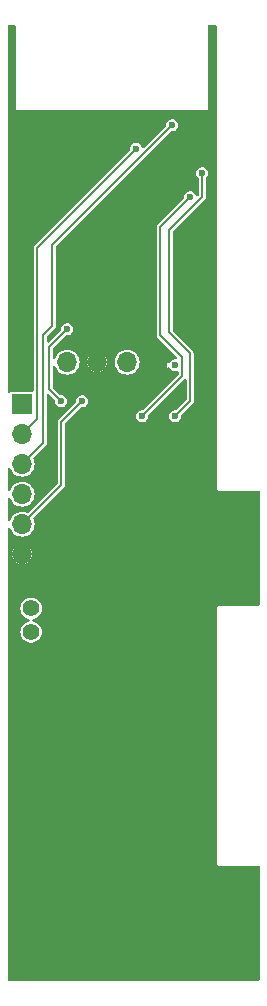
<source format=gbr>
%TF.GenerationSoftware,KiCad,Pcbnew,8.0.2*%
%TF.CreationDate,2024-11-04T20:05:35-05:00*%
%TF.ProjectId,proto,70726f74-6f2e-46b6-9963-61645f706362,rev?*%
%TF.SameCoordinates,Original*%
%TF.FileFunction,Copper,L2,Bot*%
%TF.FilePolarity,Positive*%
%FSLAX46Y46*%
G04 Gerber Fmt 4.6, Leading zero omitted, Abs format (unit mm)*
G04 Created by KiCad (PCBNEW 8.0.2) date 2024-11-04 20:05:35*
%MOMM*%
%LPD*%
G01*
G04 APERTURE LIST*
%TA.AperFunction,ComponentPad*%
%ADD10R,1.700000X1.700000*%
%TD*%
%TA.AperFunction,ComponentPad*%
%ADD11O,1.700000X1.700000*%
%TD*%
%TA.AperFunction,ComponentPad*%
%ADD12C,1.400000*%
%TD*%
%TA.AperFunction,ViaPad*%
%ADD13C,0.600000*%
%TD*%
%TA.AperFunction,Conductor*%
%ADD14C,0.200000*%
%TD*%
G04 APERTURE END LIST*
D10*
%TO.P,J1,1,Pin_1*%
%TO.N,unconnected-(J1-Pin_1-Pad1)*%
X125730000Y-84328000D03*
D11*
%TO.P,J1,2,Pin_2*%
%TO.N,/ESP/conn_uart_rxd*%
X125730000Y-86868000D03*
%TO.P,J1,3,Pin_3*%
%TO.N,/ESP/conn_uart_txd*%
X125730000Y-89408000D03*
%TO.P,J1,4,Pin_4*%
%TO.N,/ESP/ext*%
X125730000Y-91948000D03*
%TO.P,J1,5,Pin_5*%
%TO.N,/ESP/uart_cts*%
X125730000Y-94488000D03*
%TO.P,J1,6,Pin_6*%
%TO.N,GND*%
X125730000Y-97028000D03*
%TD*%
D12*
%TO.P,TP3,1,1*%
%TO.N,Net-(BT1-Pad-)*%
X126492000Y-103616000D03*
X126492000Y-101616000D03*
%TD*%
D10*
%TO.P,J2,1,Pin_1*%
%TO.N,GND*%
X137160000Y-80772000D03*
D11*
%TO.P,J2,2,Pin_2*%
%TO.N,Net-(J2-Pin_2)*%
X134620000Y-80772000D03*
%TO.P,J2,3,Pin_3*%
%TO.N,GND*%
X132080000Y-80772000D03*
%TO.P,J2,4,Pin_4*%
%TO.N,Net-(J2-Pin_4)*%
X129540000Y-80772000D03*
%TD*%
D13*
%TO.N,GND*%
X133162000Y-103190000D03*
X130556000Y-102108000D03*
X143256000Y-129794000D03*
X143256000Y-131572000D03*
X144780000Y-129794000D03*
X144780000Y-131572000D03*
X144780000Y-126238000D03*
X143256000Y-126238000D03*
X144780000Y-128016000D03*
X143256000Y-128016000D03*
X144780000Y-124460000D03*
X143256000Y-124460000D03*
X141224000Y-75184000D03*
X140462000Y-74422000D03*
X139192000Y-77978000D03*
X125984000Y-79502000D03*
%TO.N,/DIFFAMP/scl*%
X140970000Y-64770000D03*
%TO.N,/DIFFAMP/sda*%
X139954000Y-66802000D03*
X135890000Y-85344000D03*
%TO.N,/DIFFAMP/scl*%
X138684000Y-85344000D03*
%TO.N,GND*%
X132334000Y-90678000D03*
X132334000Y-88900000D03*
X132334000Y-85090000D03*
X132334000Y-86868000D03*
X140716000Y-88900000D03*
X140716000Y-90678000D03*
X140716000Y-85090000D03*
X140716000Y-86868000D03*
%TO.N,/DIFFAMP/3v3*%
X138684000Y-81026000D03*
%TO.N,GND*%
X136144000Y-91186000D03*
%TO.N,/ESP/en*%
X129540000Y-77978000D03*
%TO.N,/ESP/uart_cts*%
X130810000Y-84074000D03*
%TO.N,/ESP/en*%
X129032000Y-84074000D03*
%TO.N,/ESP/conn_uart_txd*%
X138430000Y-60706000D03*
%TO.N,/ESP/conn_uart_rxd*%
X135382000Y-62700000D03*
%TD*%
D14*
%TO.N,/DIFFAMP/scl*%
X138176000Y-78232000D02*
X138176000Y-69596000D01*
X139954000Y-80010000D02*
X138176000Y-78232000D01*
X138176000Y-69596000D02*
X140970000Y-66802000D01*
X140970000Y-66802000D02*
X140970000Y-64770000D01*
X139954000Y-84074000D02*
X139954000Y-80010000D01*
X138684000Y-85344000D02*
X139954000Y-84074000D01*
%TO.N,/DIFFAMP/sda*%
X137414000Y-69342000D02*
X139954000Y-66802000D01*
X139284000Y-80356000D02*
X137414000Y-78486000D01*
X139284000Y-81950000D02*
X139284000Y-80356000D01*
X137414000Y-78486000D02*
X137414000Y-69342000D01*
X135890000Y-85344000D02*
X139284000Y-81950000D01*
%TO.N,/ESP/en*%
X128016000Y-79502000D02*
X129540000Y-77978000D01*
X128016000Y-83058000D02*
X128016000Y-79502000D01*
X129032000Y-84074000D02*
X128016000Y-83058000D01*
%TO.N,/ESP/conn_uart_txd*%
X128270000Y-77724000D02*
X128270000Y-70866000D01*
X127508000Y-78486000D02*
X128270000Y-77724000D01*
X127508000Y-87630000D02*
X127508000Y-78486000D01*
X125730000Y-89408000D02*
X127508000Y-87630000D01*
X128270000Y-70866000D02*
X138430000Y-60706000D01*
%TO.N,/ESP/conn_uart_rxd*%
X127000000Y-85598000D02*
X125730000Y-86868000D01*
X127000000Y-71082000D02*
X127000000Y-85598000D01*
X135382000Y-62700000D02*
X127000000Y-71082000D01*
%TO.N,/ESP/uart_cts*%
X129032000Y-85852000D02*
X130810000Y-84074000D01*
X129032000Y-91186000D02*
X129032000Y-85852000D01*
X125730000Y-94488000D02*
X129032000Y-91186000D01*
%TD*%
%TA.AperFunction,Conductor*%
%TO.N,GND*%
G36*
X125173039Y-52220185D02*
G01*
X125218794Y-52272989D01*
X125230000Y-52324500D01*
X125230000Y-59400000D01*
X141470000Y-59400000D01*
X141470000Y-52324500D01*
X141489685Y-52257461D01*
X141542489Y-52211706D01*
X141594000Y-52200500D01*
X142075500Y-52200500D01*
X142142539Y-52220185D01*
X142188294Y-52272989D01*
X142199500Y-52324500D01*
X142199500Y-91400118D01*
X142199500Y-91479882D01*
X142230024Y-91553574D01*
X142286426Y-91609976D01*
X142360118Y-91640500D01*
X145725500Y-91640500D01*
X145792539Y-91660185D01*
X145838294Y-91712989D01*
X145849500Y-91764500D01*
X145849500Y-101275500D01*
X145829815Y-101342539D01*
X145777011Y-101388294D01*
X145725500Y-101399500D01*
X142360116Y-101399500D01*
X142286425Y-101430024D01*
X142230024Y-101486425D01*
X142199500Y-101560116D01*
X142199500Y-101560118D01*
X142199500Y-123229882D01*
X142230024Y-123303574D01*
X142286426Y-123359976D01*
X142360118Y-123390500D01*
X142439882Y-123390500D01*
X145725500Y-123390500D01*
X145792539Y-123410185D01*
X145838294Y-123462989D01*
X145849500Y-123514500D01*
X145849500Y-133025500D01*
X145829815Y-133092539D01*
X145777011Y-133138294D01*
X145725500Y-133149500D01*
X124624500Y-133149500D01*
X124557461Y-133129815D01*
X124511706Y-133077011D01*
X124500500Y-133025500D01*
X124500500Y-101616000D01*
X125586540Y-101616000D01*
X125606326Y-101804256D01*
X125606327Y-101804259D01*
X125664818Y-101984277D01*
X125664821Y-101984284D01*
X125759467Y-102148216D01*
X125886129Y-102288888D01*
X126039265Y-102400148D01*
X126039270Y-102400151D01*
X126212192Y-102477142D01*
X126212197Y-102477144D01*
X126294839Y-102494710D01*
X126356321Y-102527902D01*
X126390097Y-102589065D01*
X126385445Y-102658780D01*
X126343840Y-102714912D01*
X126294839Y-102737290D01*
X126212197Y-102754855D01*
X126212192Y-102754857D01*
X126039270Y-102831848D01*
X126039265Y-102831851D01*
X125886129Y-102943111D01*
X125759466Y-103083785D01*
X125664821Y-103247715D01*
X125664818Y-103247722D01*
X125606327Y-103427740D01*
X125606326Y-103427744D01*
X125586540Y-103616000D01*
X125606326Y-103804256D01*
X125606327Y-103804259D01*
X125664818Y-103984277D01*
X125664821Y-103984284D01*
X125759467Y-104148216D01*
X125886129Y-104288888D01*
X126039265Y-104400148D01*
X126039270Y-104400151D01*
X126212192Y-104477142D01*
X126212197Y-104477144D01*
X126397354Y-104516500D01*
X126397355Y-104516500D01*
X126586644Y-104516500D01*
X126586646Y-104516500D01*
X126771803Y-104477144D01*
X126944730Y-104400151D01*
X127097871Y-104288888D01*
X127224533Y-104148216D01*
X127319179Y-103984284D01*
X127377674Y-103804256D01*
X127397460Y-103616000D01*
X127377674Y-103427744D01*
X127319179Y-103247716D01*
X127224533Y-103083784D01*
X127097871Y-102943112D01*
X127097870Y-102943111D01*
X126944734Y-102831851D01*
X126944729Y-102831848D01*
X126771807Y-102754857D01*
X126771800Y-102754855D01*
X126689161Y-102737290D01*
X126627679Y-102704098D01*
X126593902Y-102642935D01*
X126598554Y-102573221D01*
X126640158Y-102517088D01*
X126689161Y-102494710D01*
X126695201Y-102493426D01*
X126771803Y-102477144D01*
X126944730Y-102400151D01*
X127097871Y-102288888D01*
X127224533Y-102148216D01*
X127319179Y-101984284D01*
X127377674Y-101804256D01*
X127397460Y-101616000D01*
X127377674Y-101427744D01*
X127319179Y-101247716D01*
X127224533Y-101083784D01*
X127097871Y-100943112D01*
X127097870Y-100943111D01*
X126944734Y-100831851D01*
X126944729Y-100831848D01*
X126771807Y-100754857D01*
X126771802Y-100754855D01*
X126626001Y-100723865D01*
X126586646Y-100715500D01*
X126397354Y-100715500D01*
X126364897Y-100722398D01*
X126212197Y-100754855D01*
X126212192Y-100754857D01*
X126039270Y-100831848D01*
X126039265Y-100831851D01*
X125886129Y-100943111D01*
X125759466Y-101083785D01*
X125664821Y-101247715D01*
X125664818Y-101247722D01*
X125619144Y-101388294D01*
X125606326Y-101427744D01*
X125586540Y-101616000D01*
X124500500Y-101616000D01*
X124500500Y-97028000D01*
X124875318Y-97028000D01*
X124893995Y-97205700D01*
X124893996Y-97205702D01*
X124949206Y-97375624D01*
X124949209Y-97375630D01*
X125038545Y-97530365D01*
X125038549Y-97530370D01*
X125158105Y-97663152D01*
X125158107Y-97663153D01*
X125302654Y-97768173D01*
X125302659Y-97768176D01*
X125465884Y-97840849D01*
X125465889Y-97840851D01*
X125640661Y-97878000D01*
X125819339Y-97878000D01*
X125994110Y-97840851D01*
X125994115Y-97840849D01*
X126157340Y-97768176D01*
X126157345Y-97768173D01*
X126301892Y-97663153D01*
X126301894Y-97663152D01*
X126421450Y-97530370D01*
X126421454Y-97530365D01*
X126510790Y-97375630D01*
X126510793Y-97375624D01*
X126566003Y-97205702D01*
X126566004Y-97205700D01*
X126584681Y-97028000D01*
X126566004Y-96850299D01*
X126566003Y-96850297D01*
X126510793Y-96680375D01*
X126510790Y-96680369D01*
X126421454Y-96525634D01*
X126421450Y-96525629D01*
X126301894Y-96392847D01*
X126301892Y-96392846D01*
X126157345Y-96287826D01*
X126157340Y-96287823D01*
X125994115Y-96215150D01*
X125994110Y-96215148D01*
X125819339Y-96178000D01*
X125640661Y-96178000D01*
X125465889Y-96215148D01*
X125465884Y-96215150D01*
X125302659Y-96287823D01*
X125302654Y-96287826D01*
X125158107Y-96392846D01*
X125158105Y-96392847D01*
X125038549Y-96525629D01*
X125038545Y-96525634D01*
X124949209Y-96680369D01*
X124949206Y-96680375D01*
X124893996Y-96850297D01*
X124893995Y-96850299D01*
X124875318Y-97028000D01*
X124500500Y-97028000D01*
X124500500Y-94889683D01*
X124520185Y-94822644D01*
X124572989Y-94776889D01*
X124642147Y-94766945D01*
X124705703Y-94795970D01*
X124743161Y-94853689D01*
X124754768Y-94891955D01*
X124754769Y-94891956D01*
X124852315Y-95074450D01*
X124852317Y-95074452D01*
X124983589Y-95234410D01*
X125080209Y-95313702D01*
X125143550Y-95365685D01*
X125326046Y-95463232D01*
X125524066Y-95523300D01*
X125524065Y-95523300D01*
X125542529Y-95525118D01*
X125730000Y-95543583D01*
X125935934Y-95523300D01*
X126133954Y-95463232D01*
X126316450Y-95365685D01*
X126476410Y-95234410D01*
X126607685Y-95074450D01*
X126705232Y-94891954D01*
X126765300Y-94693934D01*
X126785583Y-94488000D01*
X126765300Y-94282066D01*
X126705232Y-94084046D01*
X126702264Y-94078493D01*
X126697620Y-94069804D01*
X126683379Y-94001401D01*
X126708380Y-93936157D01*
X126719290Y-93923679D01*
X129272460Y-91370511D01*
X129281341Y-91355128D01*
X129297912Y-91326427D01*
X129301984Y-91319372D01*
X129312021Y-91301989D01*
X129332500Y-91225562D01*
X129332500Y-86027832D01*
X129352185Y-85960793D01*
X129368814Y-85940156D01*
X129964970Y-85344000D01*
X135384353Y-85344000D01*
X135404834Y-85486456D01*
X135449246Y-85583703D01*
X135464623Y-85617373D01*
X135558872Y-85726143D01*
X135679947Y-85803953D01*
X135679950Y-85803954D01*
X135679949Y-85803954D01*
X135818036Y-85844499D01*
X135818038Y-85844500D01*
X135818039Y-85844500D01*
X135961962Y-85844500D01*
X135961962Y-85844499D01*
X136100053Y-85803953D01*
X136221128Y-85726143D01*
X136315377Y-85617373D01*
X136375165Y-85486457D01*
X136395647Y-85344000D01*
X136394339Y-85334905D01*
X136404279Y-85265749D01*
X136429392Y-85229577D01*
X139441821Y-82217149D01*
X139503142Y-82183666D01*
X139572834Y-82188650D01*
X139628767Y-82230522D01*
X139653184Y-82295986D01*
X139653500Y-82304832D01*
X139653500Y-83898166D01*
X139633815Y-83965205D01*
X139617181Y-83985847D01*
X138795847Y-84807181D01*
X138734524Y-84840666D01*
X138708166Y-84843500D01*
X138612036Y-84843500D01*
X138473949Y-84884045D01*
X138352873Y-84961856D01*
X138258623Y-85070626D01*
X138258622Y-85070628D01*
X138198834Y-85201543D01*
X138178353Y-85344000D01*
X138198834Y-85486456D01*
X138243246Y-85583703D01*
X138258623Y-85617373D01*
X138352872Y-85726143D01*
X138473947Y-85803953D01*
X138473950Y-85803954D01*
X138473949Y-85803954D01*
X138612036Y-85844499D01*
X138612038Y-85844500D01*
X138612039Y-85844500D01*
X138755962Y-85844500D01*
X138755962Y-85844499D01*
X138894053Y-85803953D01*
X139015128Y-85726143D01*
X139109377Y-85617373D01*
X139169165Y-85486457D01*
X139189647Y-85344000D01*
X139188339Y-85334905D01*
X139198279Y-85265749D01*
X139223392Y-85229577D01*
X140194460Y-84258511D01*
X140197017Y-84254082D01*
X140234021Y-84189989D01*
X140254500Y-84113562D01*
X140254500Y-79970438D01*
X140234022Y-79894012D01*
X140194460Y-79825489D01*
X138512819Y-78143848D01*
X138479334Y-78082525D01*
X138476500Y-78056167D01*
X138476500Y-69771833D01*
X138496185Y-69704794D01*
X138512819Y-69684152D01*
X139095431Y-69101540D01*
X141210460Y-66986511D01*
X141250022Y-66917988D01*
X141270500Y-66841562D01*
X141270500Y-66762438D01*
X141270500Y-65233738D01*
X141290185Y-65166699D01*
X141300787Y-65152535D01*
X141301124Y-65152144D01*
X141301128Y-65152143D01*
X141395377Y-65043373D01*
X141455165Y-64912457D01*
X141475647Y-64770000D01*
X141455165Y-64627543D01*
X141395377Y-64496627D01*
X141301128Y-64387857D01*
X141180053Y-64310047D01*
X141180051Y-64310046D01*
X141180049Y-64310045D01*
X141180050Y-64310045D01*
X141041963Y-64269500D01*
X141041961Y-64269500D01*
X140898039Y-64269500D01*
X140898036Y-64269500D01*
X140759949Y-64310045D01*
X140638873Y-64387856D01*
X140544623Y-64496626D01*
X140544622Y-64496628D01*
X140484834Y-64627543D01*
X140464353Y-64770000D01*
X140484834Y-64912456D01*
X140544622Y-65043371D01*
X140544623Y-65043373D01*
X140638872Y-65152143D01*
X140638875Y-65152144D01*
X140639213Y-65152535D01*
X140668238Y-65216091D01*
X140669500Y-65233738D01*
X140669500Y-66593888D01*
X140649815Y-66660927D01*
X140597011Y-66706682D01*
X140527853Y-66716626D01*
X140464297Y-66687601D01*
X140432706Y-66645400D01*
X140379377Y-66528628D01*
X140379376Y-66528626D01*
X140285128Y-66419857D01*
X140164053Y-66342047D01*
X140164051Y-66342046D01*
X140164049Y-66342045D01*
X140164050Y-66342045D01*
X140025963Y-66301500D01*
X140025961Y-66301500D01*
X139882039Y-66301500D01*
X139882036Y-66301500D01*
X139743949Y-66342045D01*
X139622873Y-66419856D01*
X139528623Y-66528626D01*
X139528622Y-66528628D01*
X139468834Y-66659543D01*
X139448353Y-66802000D01*
X139448353Y-66802001D01*
X139449661Y-66811103D01*
X139439713Y-66880261D01*
X139414603Y-66916424D01*
X137229489Y-69101540D01*
X137173541Y-69157487D01*
X137173535Y-69157495D01*
X137133982Y-69226004D01*
X137133979Y-69226009D01*
X137120326Y-69276962D01*
X137113500Y-69302438D01*
X137113500Y-78525562D01*
X137126520Y-78574152D01*
X137133979Y-78601990D01*
X137133982Y-78601995D01*
X137173535Y-78670504D01*
X137173541Y-78670512D01*
X138816848Y-80313819D01*
X138850333Y-80375142D01*
X138845349Y-80444834D01*
X138803477Y-80500767D01*
X138738013Y-80525184D01*
X138729167Y-80525500D01*
X138612036Y-80525500D01*
X138473949Y-80566045D01*
X138352873Y-80643856D01*
X138258623Y-80752626D01*
X138258622Y-80752628D01*
X138246794Y-80778528D01*
X138201039Y-80831332D01*
X138133999Y-80851016D01*
X138066960Y-80831331D01*
X138021205Y-80778527D01*
X138010000Y-80727016D01*
X138010000Y-79922000D01*
X136310000Y-79922000D01*
X136310000Y-81622000D01*
X138010000Y-81622000D01*
X138010000Y-81324983D01*
X138029685Y-81257944D01*
X138082489Y-81212189D01*
X138151647Y-81202245D01*
X138215203Y-81231270D01*
X138246793Y-81273469D01*
X138258623Y-81299373D01*
X138352872Y-81408143D01*
X138473947Y-81485953D01*
X138473950Y-81485954D01*
X138473949Y-81485954D01*
X138612036Y-81526499D01*
X138612038Y-81526500D01*
X138612039Y-81526500D01*
X138755961Y-81526500D01*
X138824566Y-81506356D01*
X138894434Y-81506356D01*
X138953213Y-81544130D01*
X138982238Y-81607686D01*
X138983500Y-81625333D01*
X138983500Y-81774166D01*
X138963815Y-81841205D01*
X138947181Y-81861847D01*
X136001847Y-84807181D01*
X135940524Y-84840666D01*
X135914166Y-84843500D01*
X135818036Y-84843500D01*
X135679949Y-84884045D01*
X135558873Y-84961856D01*
X135464623Y-85070626D01*
X135464622Y-85070628D01*
X135404834Y-85201543D01*
X135384353Y-85344000D01*
X129964970Y-85344000D01*
X130698151Y-84610818D01*
X130759474Y-84577334D01*
X130785832Y-84574500D01*
X130881962Y-84574500D01*
X130881962Y-84574499D01*
X131020053Y-84533953D01*
X131141128Y-84456143D01*
X131235377Y-84347373D01*
X131295165Y-84216457D01*
X131315647Y-84074000D01*
X131295165Y-83931543D01*
X131235377Y-83800627D01*
X131141128Y-83691857D01*
X131020053Y-83614047D01*
X131020051Y-83614046D01*
X131020049Y-83614045D01*
X131020050Y-83614045D01*
X130881963Y-83573500D01*
X130881961Y-83573500D01*
X130738039Y-83573500D01*
X130738036Y-83573500D01*
X130599949Y-83614045D01*
X130478873Y-83691856D01*
X130384623Y-83800626D01*
X130384622Y-83800628D01*
X130324834Y-83931543D01*
X130304353Y-84074000D01*
X130304353Y-84074001D01*
X130305661Y-84083103D01*
X130295713Y-84152261D01*
X130270603Y-84188424D01*
X128847489Y-85611540D01*
X128791541Y-85667487D01*
X128791535Y-85667495D01*
X128751982Y-85736004D01*
X128751979Y-85736009D01*
X128738326Y-85786962D01*
X128733774Y-85803954D01*
X128731500Y-85812439D01*
X128731500Y-91010166D01*
X128711815Y-91077205D01*
X128695181Y-91097847D01*
X126294326Y-93498701D01*
X126233003Y-93532186D01*
X126163311Y-93527202D01*
X126148193Y-93520379D01*
X126133956Y-93512769D01*
X126133955Y-93512768D01*
X126133954Y-93512768D01*
X125935934Y-93452700D01*
X125935932Y-93452699D01*
X125935934Y-93452699D01*
X125730000Y-93432417D01*
X125524067Y-93452699D01*
X125326043Y-93512769D01*
X125215898Y-93571643D01*
X125143550Y-93610315D01*
X125143548Y-93610316D01*
X125143547Y-93610317D01*
X124983589Y-93741589D01*
X124852317Y-93901547D01*
X124754769Y-94084043D01*
X124754768Y-94084045D01*
X124754768Y-94084046D01*
X124754080Y-94086316D01*
X124743161Y-94122311D01*
X124704863Y-94180750D01*
X124641051Y-94209206D01*
X124571984Y-94198646D01*
X124519590Y-94152422D01*
X124500500Y-94086316D01*
X124500500Y-92349683D01*
X124520185Y-92282644D01*
X124572989Y-92236889D01*
X124642147Y-92226945D01*
X124705703Y-92255970D01*
X124743161Y-92313689D01*
X124754768Y-92351955D01*
X124754769Y-92351956D01*
X124852315Y-92534450D01*
X124852317Y-92534452D01*
X124983589Y-92694410D01*
X125080209Y-92773702D01*
X125143550Y-92825685D01*
X125326046Y-92923232D01*
X125524066Y-92983300D01*
X125524065Y-92983300D01*
X125542529Y-92985118D01*
X125730000Y-93003583D01*
X125935934Y-92983300D01*
X126133954Y-92923232D01*
X126316450Y-92825685D01*
X126476410Y-92694410D01*
X126607685Y-92534450D01*
X126705232Y-92351954D01*
X126765300Y-92153934D01*
X126785583Y-91948000D01*
X126765300Y-91742066D01*
X126705232Y-91544046D01*
X126607685Y-91361550D01*
X126507522Y-91239500D01*
X126476410Y-91201589D01*
X126349998Y-91097847D01*
X126316450Y-91070315D01*
X126133954Y-90972768D01*
X125935934Y-90912700D01*
X125935932Y-90912699D01*
X125935934Y-90912699D01*
X125730000Y-90892417D01*
X125524067Y-90912699D01*
X125326043Y-90972769D01*
X125215898Y-91031643D01*
X125143550Y-91070315D01*
X125143548Y-91070316D01*
X125143547Y-91070317D01*
X124983589Y-91201589D01*
X124852317Y-91361547D01*
X124852315Y-91361550D01*
X124847525Y-91370512D01*
X124754769Y-91544043D01*
X124754768Y-91544045D01*
X124754768Y-91544046D01*
X124754080Y-91546316D01*
X124743161Y-91582311D01*
X124704863Y-91640750D01*
X124641051Y-91669206D01*
X124571984Y-91658646D01*
X124519590Y-91612422D01*
X124500500Y-91546316D01*
X124500500Y-89809683D01*
X124520185Y-89742644D01*
X124572989Y-89696889D01*
X124642147Y-89686945D01*
X124705703Y-89715970D01*
X124743161Y-89773689D01*
X124754768Y-89811955D01*
X124754769Y-89811956D01*
X124852315Y-89994450D01*
X124852317Y-89994452D01*
X124983589Y-90154410D01*
X125080209Y-90233702D01*
X125143550Y-90285685D01*
X125326046Y-90383232D01*
X125524066Y-90443300D01*
X125524065Y-90443300D01*
X125542529Y-90445118D01*
X125730000Y-90463583D01*
X125935934Y-90443300D01*
X126133954Y-90383232D01*
X126316450Y-90285685D01*
X126476410Y-90154410D01*
X126607685Y-89994450D01*
X126705232Y-89811954D01*
X126765300Y-89613934D01*
X126785583Y-89408000D01*
X126765300Y-89202066D01*
X126705232Y-89004046D01*
X126697620Y-88989806D01*
X126683379Y-88921404D01*
X126708379Y-88856160D01*
X126719298Y-88843672D01*
X127190271Y-88372699D01*
X127748460Y-87814511D01*
X127788022Y-87745988D01*
X127808500Y-87669562D01*
X127808500Y-87590438D01*
X127808500Y-83574833D01*
X127828185Y-83507794D01*
X127880989Y-83462039D01*
X127950147Y-83452095D01*
X128013703Y-83481120D01*
X128020181Y-83487152D01*
X128492604Y-83959575D01*
X128526089Y-84020898D01*
X128527661Y-84064902D01*
X128526353Y-84073999D01*
X128546834Y-84216456D01*
X128606622Y-84347371D01*
X128606623Y-84347373D01*
X128700872Y-84456143D01*
X128821947Y-84533953D01*
X128821950Y-84533954D01*
X128821949Y-84533954D01*
X128929107Y-84565417D01*
X128957280Y-84573690D01*
X128960036Y-84574499D01*
X128960038Y-84574500D01*
X128960039Y-84574500D01*
X129103962Y-84574500D01*
X129103962Y-84574499D01*
X129242053Y-84533953D01*
X129363128Y-84456143D01*
X129457377Y-84347373D01*
X129517165Y-84216457D01*
X129537647Y-84074000D01*
X129517165Y-83931543D01*
X129457377Y-83800627D01*
X129363128Y-83691857D01*
X129242053Y-83614047D01*
X129242051Y-83614046D01*
X129242049Y-83614045D01*
X129242050Y-83614045D01*
X129103963Y-83573500D01*
X129103961Y-83573500D01*
X129007833Y-83573500D01*
X128940794Y-83553815D01*
X128920152Y-83537181D01*
X128352819Y-82969848D01*
X128319334Y-82908525D01*
X128316500Y-82882167D01*
X128316500Y-81193463D01*
X128336185Y-81126424D01*
X128388989Y-81080669D01*
X128458147Y-81070725D01*
X128521703Y-81099750D01*
X128559159Y-81157466D01*
X128564768Y-81175954D01*
X128662315Y-81358450D01*
X128662317Y-81358452D01*
X128793589Y-81518410D01*
X128874549Y-81584851D01*
X128953550Y-81649685D01*
X129136046Y-81747232D01*
X129334066Y-81807300D01*
X129334065Y-81807300D01*
X129352529Y-81809118D01*
X129540000Y-81827583D01*
X129745934Y-81807300D01*
X129943954Y-81747232D01*
X130126450Y-81649685D01*
X130286410Y-81518410D01*
X130417685Y-81358450D01*
X130515232Y-81175954D01*
X130575300Y-80977934D01*
X130595583Y-80772000D01*
X131225318Y-80772000D01*
X131243995Y-80949700D01*
X131243996Y-80949702D01*
X131299206Y-81119624D01*
X131299209Y-81119630D01*
X131388545Y-81274365D01*
X131388549Y-81274370D01*
X131508105Y-81407152D01*
X131508107Y-81407153D01*
X131652654Y-81512173D01*
X131652659Y-81512176D01*
X131815884Y-81584849D01*
X131815889Y-81584851D01*
X131990661Y-81622000D01*
X132169339Y-81622000D01*
X132344110Y-81584851D01*
X132344115Y-81584849D01*
X132507340Y-81512176D01*
X132507345Y-81512173D01*
X132651892Y-81407153D01*
X132651894Y-81407152D01*
X132771450Y-81274370D01*
X132771454Y-81274365D01*
X132860790Y-81119630D01*
X132860793Y-81119624D01*
X132916003Y-80949702D01*
X132916004Y-80949700D01*
X132934681Y-80772000D01*
X133564417Y-80772000D01*
X133584699Y-80977932D01*
X133614734Y-81076944D01*
X133644768Y-81175954D01*
X133742315Y-81358450D01*
X133742317Y-81358452D01*
X133873589Y-81518410D01*
X133954549Y-81584851D01*
X134033550Y-81649685D01*
X134216046Y-81747232D01*
X134414066Y-81807300D01*
X134414065Y-81807300D01*
X134432529Y-81809118D01*
X134620000Y-81827583D01*
X134825934Y-81807300D01*
X135023954Y-81747232D01*
X135206450Y-81649685D01*
X135366410Y-81518410D01*
X135497685Y-81358450D01*
X135595232Y-81175954D01*
X135655300Y-80977934D01*
X135675583Y-80772000D01*
X135655300Y-80566066D01*
X135595232Y-80368046D01*
X135497685Y-80185550D01*
X135371528Y-80031826D01*
X135366410Y-80025589D01*
X135206452Y-79894317D01*
X135206453Y-79894317D01*
X135206450Y-79894315D01*
X135023954Y-79796768D01*
X134825934Y-79736700D01*
X134825932Y-79736699D01*
X134825934Y-79736699D01*
X134620000Y-79716417D01*
X134414067Y-79736699D01*
X134216043Y-79796769D01*
X134162313Y-79825489D01*
X134033550Y-79894315D01*
X134033548Y-79894316D01*
X134033547Y-79894317D01*
X133873589Y-80025589D01*
X133742317Y-80185547D01*
X133644769Y-80368043D01*
X133644768Y-80368045D01*
X133644768Y-80368046D01*
X133639160Y-80386532D01*
X133584699Y-80566067D01*
X133564417Y-80772000D01*
X132934681Y-80772000D01*
X132916004Y-80594299D01*
X132916003Y-80594297D01*
X132860793Y-80424375D01*
X132860790Y-80424369D01*
X132771454Y-80269634D01*
X132771450Y-80269629D01*
X132651894Y-80136847D01*
X132651892Y-80136846D01*
X132507345Y-80031826D01*
X132507340Y-80031823D01*
X132344115Y-79959150D01*
X132344110Y-79959148D01*
X132169339Y-79922000D01*
X131990661Y-79922000D01*
X131815889Y-79959148D01*
X131815884Y-79959150D01*
X131652659Y-80031823D01*
X131652654Y-80031826D01*
X131508107Y-80136846D01*
X131508105Y-80136847D01*
X131388549Y-80269629D01*
X131388545Y-80269634D01*
X131299209Y-80424369D01*
X131299206Y-80424375D01*
X131243996Y-80594297D01*
X131243995Y-80594299D01*
X131225318Y-80772000D01*
X130595583Y-80772000D01*
X130575300Y-80566066D01*
X130515232Y-80368046D01*
X130417685Y-80185550D01*
X130291528Y-80031826D01*
X130286410Y-80025589D01*
X130126452Y-79894317D01*
X130126453Y-79894317D01*
X130126450Y-79894315D01*
X129943954Y-79796768D01*
X129745934Y-79736700D01*
X129745932Y-79736699D01*
X129745934Y-79736699D01*
X129540000Y-79716417D01*
X129334067Y-79736699D01*
X129136043Y-79796769D01*
X129082313Y-79825489D01*
X128953550Y-79894315D01*
X128953548Y-79894316D01*
X128953547Y-79894317D01*
X128793589Y-80025589D01*
X128662317Y-80185547D01*
X128564767Y-80368046D01*
X128559160Y-80386532D01*
X128520863Y-80444970D01*
X128457050Y-80473427D01*
X128387983Y-80462866D01*
X128335590Y-80416641D01*
X128316500Y-80350536D01*
X128316500Y-79677832D01*
X128336185Y-79610793D01*
X128352814Y-79590155D01*
X129428151Y-78514818D01*
X129489474Y-78481334D01*
X129515832Y-78478500D01*
X129611962Y-78478500D01*
X129611962Y-78478499D01*
X129750053Y-78437953D01*
X129871128Y-78360143D01*
X129965377Y-78251373D01*
X130025165Y-78120457D01*
X130045647Y-77978000D01*
X130025165Y-77835543D01*
X129965377Y-77704627D01*
X129871128Y-77595857D01*
X129750053Y-77518047D01*
X129750051Y-77518046D01*
X129750049Y-77518045D01*
X129750050Y-77518045D01*
X129611963Y-77477500D01*
X129611961Y-77477500D01*
X129468039Y-77477500D01*
X129468036Y-77477500D01*
X129329949Y-77518045D01*
X129208873Y-77595856D01*
X129114623Y-77704626D01*
X129114622Y-77704628D01*
X129054834Y-77835543D01*
X129034353Y-77978000D01*
X129034353Y-77978001D01*
X129035661Y-77987103D01*
X129025713Y-78056261D01*
X129000603Y-78092424D01*
X128020181Y-79072847D01*
X127958858Y-79106332D01*
X127889167Y-79101348D01*
X127833233Y-79059476D01*
X127808816Y-78994012D01*
X127808500Y-78985166D01*
X127808500Y-78661833D01*
X127828185Y-78594794D01*
X127844819Y-78574152D01*
X128173431Y-78245540D01*
X128510460Y-77908511D01*
X128550022Y-77839988D01*
X128570500Y-77763562D01*
X128570500Y-77684438D01*
X128570500Y-71041832D01*
X128590185Y-70974793D01*
X128606814Y-70954156D01*
X138318151Y-61242818D01*
X138379474Y-61209334D01*
X138405832Y-61206500D01*
X138501962Y-61206500D01*
X138501962Y-61206499D01*
X138640053Y-61165953D01*
X138761128Y-61088143D01*
X138855377Y-60979373D01*
X138915165Y-60848457D01*
X138935647Y-60706000D01*
X138915165Y-60563543D01*
X138855377Y-60432627D01*
X138761128Y-60323857D01*
X138640053Y-60246047D01*
X138640051Y-60246046D01*
X138640049Y-60246045D01*
X138640050Y-60246045D01*
X138501963Y-60205500D01*
X138501961Y-60205500D01*
X138358039Y-60205500D01*
X138358036Y-60205500D01*
X138219949Y-60246045D01*
X138098873Y-60323856D01*
X138004623Y-60432626D01*
X138004622Y-60432628D01*
X137944834Y-60563543D01*
X137924353Y-60706000D01*
X137924353Y-60706001D01*
X137925661Y-60715103D01*
X137915713Y-60784261D01*
X137890603Y-60820424D01*
X136078321Y-62632706D01*
X136016998Y-62666191D01*
X135947306Y-62661207D01*
X135891373Y-62619335D01*
X135867902Y-62562671D01*
X135867165Y-62557543D01*
X135807377Y-62426627D01*
X135713128Y-62317857D01*
X135592053Y-62240047D01*
X135592051Y-62240046D01*
X135592049Y-62240045D01*
X135592050Y-62240045D01*
X135453963Y-62199500D01*
X135453961Y-62199500D01*
X135310039Y-62199500D01*
X135310036Y-62199500D01*
X135171949Y-62240045D01*
X135050873Y-62317856D01*
X134956623Y-62426626D01*
X134956622Y-62426628D01*
X134896834Y-62557543D01*
X134876353Y-62700000D01*
X134876353Y-62700001D01*
X134877661Y-62709103D01*
X134867713Y-62778261D01*
X134842603Y-62814424D01*
X126815489Y-70841540D01*
X126759541Y-70897487D01*
X126759535Y-70897495D01*
X126719982Y-70966004D01*
X126719979Y-70966009D01*
X126713425Y-70990471D01*
X126699663Y-71041832D01*
X126699500Y-71042439D01*
X126699500Y-83153500D01*
X126679815Y-83220539D01*
X126627011Y-83266294D01*
X126575500Y-83277500D01*
X124860247Y-83277500D01*
X124801770Y-83289131D01*
X124801769Y-83289132D01*
X124735448Y-83333447D01*
X124727601Y-83345191D01*
X124673988Y-83389995D01*
X124604663Y-83398701D01*
X124541636Y-83368545D01*
X124504918Y-83309102D01*
X124500500Y-83276298D01*
X124500500Y-52324500D01*
X124520185Y-52257461D01*
X124572989Y-52211706D01*
X124624500Y-52200500D01*
X125106000Y-52200500D01*
X125173039Y-52220185D01*
G37*
%TD.AperFunction*%
%TD*%
M02*

</source>
